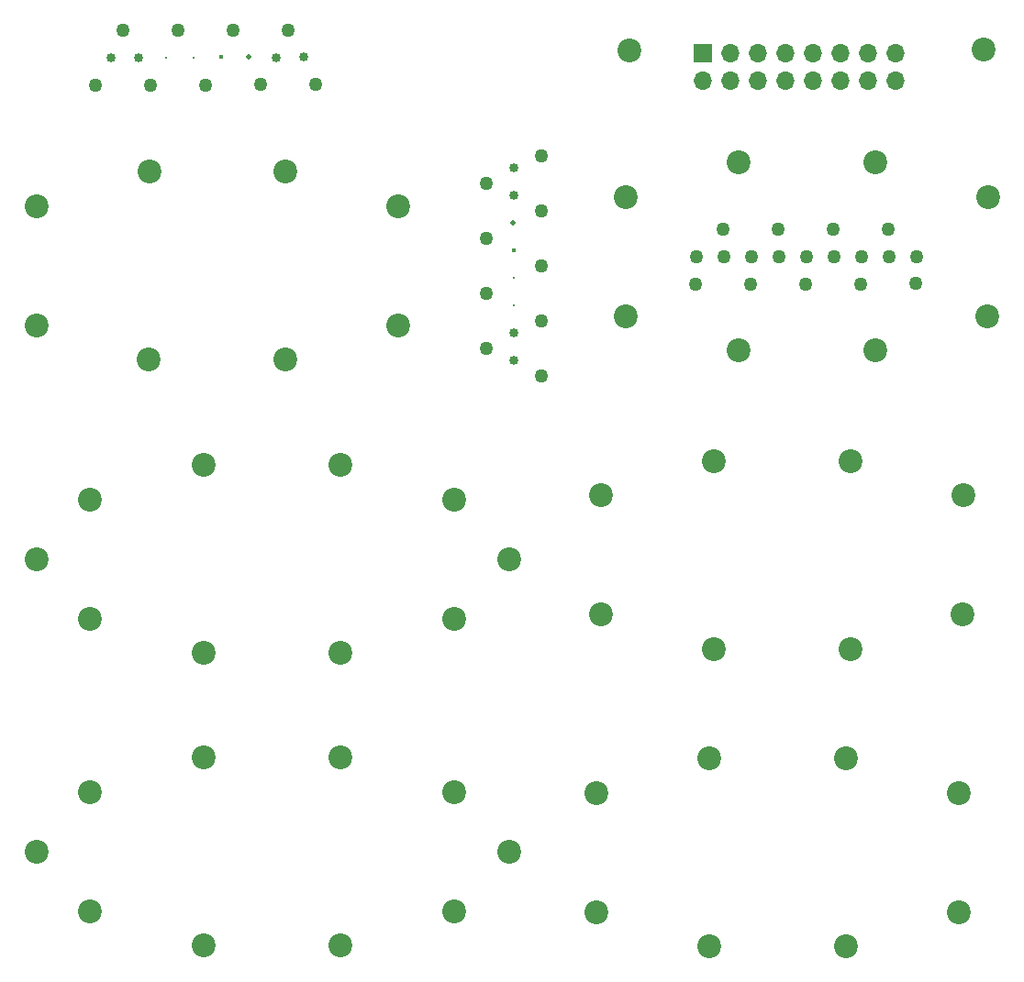
<source format=gts>
%MOIN*%
%OFA0B0*%
%FSLAX46Y46*%
%IPPOS*%
%LPD*%
%ADD10C,0.086614173228346469*%
%ADD21C,0.086614173228346469*%
%ADD22O,0.066929133858267723X0.066929133858267723*%
%ADD23R,0.066929133858267723X0.066929133858267723*%
%ADD24C,0.05*%
%ADD25C,0.086614173228346469*%
%ADD26C,0.086614173228346469*%
%ADD27C,0.086614173228346469*%
%ADD28C,0.05*%
%ADD29C,0.01968503937007874*%
%ADD30C,0.015748031496062995*%
%ADD31C,0.011811023622047244*%
%ADD32C,0.00984251968503937*%
%ADD33C,0.033464566929133861*%
%ADD34C,0.05*%
%ADD35C,0.01968503937007874*%
%ADD36C,0.015748031496062995*%
%ADD37C,0.011811023622047244*%
%ADD38C,0.00984251968503937*%
%ADD39C,0.033464566929133861*%
%ADD40C,0.086614173228346469*%
G01*
D10*
X-0004461811Y0005196850D02*
X0001836688Y0000494850D03*
X0000119688Y0000494850D03*
X0001224688Y0000153350D03*
X0000315188Y0000279350D03*
X0001637688Y0000712350D03*
X0001224688Y0000838350D03*
X0000315188Y0000712350D03*
X0000728688Y0000838350D03*
X0000728688Y0000153350D03*
X0001637688Y0000279350D03*
G04 next file*
G04 #@! TF.GenerationSoftware,KiCad,Pcbnew,(5.1.12)-1*
G04 #@! TF.CreationDate,2022-03-26T22:13:32+08:00*
G04 #@! TF.ProjectId,Nozzle,4e6f7a7a-6c65-42e6-9b69-6361645f7063,0.5*
G04 #@! TF.SameCoordinates,Original*
G04 #@! TF.FileFunction,Soldermask,Top*
G04 #@! TF.FilePolarity,Negative*
G04 Gerber Fmt 4.6, Leading zero omitted, Abs format (unit mm)*
G04 Created by KiCad (PCBNEW (5.1.12)-1) date 2022-03-26 22:13:32*
G01*
G04 APERTURE LIST*
G04 APERTURE END LIST*
D21*
X-0002519685Y0005157480D02*
X0002273314Y0003408480D03*
X0003560314Y0003410480D03*
D22*
X0003240314Y0003297480D03*
X0003240314Y0003397480D03*
X0003140314Y0003297480D03*
X0003140314Y0003397480D03*
X0003040314Y0003297480D03*
X0003040314Y0003397480D03*
X0002940314Y0003297480D03*
X0002940314Y0003397480D03*
X0002840314Y0003297480D03*
X0002840314Y0003397480D03*
X0002740314Y0003297480D03*
X0002740314Y0003397480D03*
X0002640314Y0003297480D03*
X0002640314Y0003397480D03*
X0002540314Y0003297480D03*
D23*
X0002540314Y0003397480D03*
D24*
X0002513314Y0002559480D03*
X0002518314Y0002659480D03*
D21*
X0002261314Y0002875980D03*
X0002670314Y0002316980D03*
X0002261314Y0002442980D03*
X0003575814Y0002442980D03*
X0003576314Y0002875980D03*
X0002670814Y0003001980D03*
X0003166814Y0002316980D03*
X0003166814Y0003001980D03*
D24*
X0002718814Y0002659480D03*
X0003013314Y0002759480D03*
X0002613314Y0002759480D03*
X0002818814Y0002659480D03*
X0002713314Y0002559480D03*
X0002618814Y0002659480D03*
X0003318814Y0002659480D03*
X0002913314Y0002559480D03*
X0003113314Y0002559480D03*
X0003313314Y0002560480D03*
X0003118814Y0002659480D03*
X0002918814Y0002659480D03*
X0003218314Y0002659480D03*
X0003213814Y0002759480D03*
X0003018314Y0002659480D03*
X0002813314Y0002759480D03*
G04 next file*
G04 #@! TF.GenerationSoftware,KiCad,Pcbnew,(5.1.12)-1*
G04 #@! TF.CreationDate,2022-03-26T22:12:51+08:00*
G04 #@! TF.ProjectId,Nozzle,4e6f7a7a-6c65-42e6-9b69-6361645f7063,0.5*
G04 #@! TF.SameCoordinates,Original*
G04 #@! TF.FileFunction,Soldermask,Top*
G04 #@! TF.FilePolarity,Negative*
G04 Gerber Fmt 4.6, Leading zero omitted, Abs format (unit mm)*
G04 Created by KiCad (PCBNEW (5.1.12)-1) date 2022-03-26 22:12:51*
G01*
G04 APERTURE LIST*
G04 APERTURE END LIST*
D25*
X-0002614519Y0004115220D02*
X0002154980Y0000275720D03*
X0002154980Y0000708720D03*
X0003060480Y0000149720D03*
X0003469980Y0000708720D03*
X0002564480Y0000149720D03*
X0003469480Y0000275720D03*
X0003059980Y0000834720D03*
X0002564980Y0000834720D03*
G04 next file*
G04 #@! TF.GenerationSoftware,KiCad,Pcbnew,(5.1.12)-1*
G04 #@! TF.CreationDate,2022-03-26T22:12:51+08:00*
G04 #@! TF.ProjectId,Nozzle,4e6f7a7a-6c65-42e6-9b69-6361645f7063,0.5*
G04 #@! TF.SameCoordinates,Original*
G04 #@! TF.FileFunction,Soldermask,Top*
G04 #@! TF.FilePolarity,Negative*
G04 Gerber Fmt 4.6, Leading zero omitted, Abs format (unit mm)*
G04 Created by KiCad (PCBNEW (5.1.12)-1) date 2022-03-26 22:12:51*
G01*
G04 APERTURE LIST*
G04 APERTURE END LIST*
D26*
X-0004649984Y0006249080D02*
X0000119515Y0002409580D03*
X0000119515Y0002842580D03*
X0001025015Y0002283580D03*
X0001434515Y0002842580D03*
X0000529015Y0002283580D03*
X0001434015Y0002409580D03*
X0001024515Y0002968580D03*
X0000529515Y0002968580D03*
G04 next file*
G04 #@! TF.GenerationSoftware,KiCad,Pcbnew,(5.1.12)-1*
G04 #@! TF.CreationDate,2022-03-26T22:12:51+08:00*
G04 #@! TF.ProjectId,Nozzle,4e6f7a7a-6c65-42e6-9b69-6361645f7063,0.5*
G04 #@! TF.SameCoordinates,Original*
G04 #@! TF.FileFunction,Soldermask,Top*
G04 #@! TF.FilePolarity,Negative*
G04 Gerber Fmt 4.6, Leading zero omitted, Abs format (unit mm)*
G04 Created by KiCad (PCBNEW (5.1.12)-1) date 2022-03-26 22:12:51*
G01*
G04 APERTURE LIST*
G04 APERTURE END LIST*
D27*
X-0002598425Y0005196850D02*
X0002171074Y0001357350D03*
X0002171074Y0001790350D03*
X0003076574Y0001231350D03*
X0003486074Y0001790350D03*
X0002580574Y0001231350D03*
X0003485574Y0001357350D03*
X0003076074Y0001916350D03*
X0002581074Y0001916350D03*
G04 next file*
G04 #@! TF.GenerationSoftware,KiCad,Pcbnew,(5.1.12)-1*
G04 #@! TF.CreationDate,2022-03-26T22:19:29+08:00*
G04 #@! TF.ProjectId,Nozzle,4e6f7a7a-6c65-42e6-9b69-6361645f7063,0.5*
G04 #@! TF.SameCoordinates,Original*
G04 #@! TF.FileFunction,Soldermask,Top*
G04 #@! TF.FilePolarity,Negative*
G04 Gerber Fmt 4.6, Leading zero omitted, Abs format (unit mm)*
G04 Created by KiCad (PCBNEW (5.1.12)-1) date 2022-03-26 22:19:29*
G01*
G04 APERTURE LIST*
G04 APERTURE END LIST*
D28*
X0000511811Y-0002834645D02*
X0001952811Y0003025354D03*
X0001953311Y0002425354D03*
X0001953311Y0002625354D03*
X0001952811Y0002825354D03*
X0001953311Y0002225354D03*
X0001753311Y0002325354D03*
X0001753311Y0002525354D03*
X0001753311Y0002925354D03*
X0001753311Y0002725354D03*
D29*
X0001851811Y0002781354D03*
D30*
X0001852811Y0002681354D03*
D31*
X0001853311Y0002581354D03*
D32*
X0001853311Y0002481354D03*
D33*
X0001852811Y0002980354D03*
X0001853311Y0002380354D03*
X0001853311Y0002880354D03*
X0001853311Y0002280354D03*
G04 next file*
G04 #@! TF.GenerationSoftware,KiCad,Pcbnew,(5.1.12)-1*
G04 #@! TF.CreationDate,2022-03-26T22:19:29+08:00*
G04 #@! TF.ProjectId,Nozzle,4e6f7a7a-6c65-42e6-9b69-6361645f7063,0.5*
G04 #@! TF.SameCoordinates,Original*
G04 #@! TF.FileFunction,Soldermask,Top*
G04 #@! TF.FilePolarity,Negative*
G04 Gerber Fmt 4.6, Leading zero omitted, Abs format (unit mm)*
G04 Created by KiCad (PCBNEW (5.1.12)-1) date 2022-03-26 22:19:29*
G01*
G04 APERTURE LIST*
G04 APERTURE END LIST*
D34*
X-0004724409Y0004724409D02*
X0001135590Y0003283409D03*
X0000535590Y0003282909D03*
X0000735590Y0003282909D03*
X0000935590Y0003283409D03*
X0000335590Y0003282909D03*
X0000435590Y0003482909D03*
X0000635590Y0003482909D03*
X0001035590Y0003482909D03*
X0000835590Y0003482909D03*
D35*
X0000891590Y0003384409D03*
D36*
X0000791590Y0003383409D03*
D37*
X0000691590Y0003382909D03*
D38*
X0000591590Y0003382909D03*
D39*
X0001090590Y0003383409D03*
X0000490590Y0003382909D03*
X0000990590Y0003382909D03*
X0000390590Y0003382909D03*
G04 next file*
G04 #@! TF.GenerationSoftware,KiCad,Pcbnew,(5.1.12)-1*
G04 #@! TF.CreationDate,2022-03-26T22:23:47+08:00*
G04 #@! TF.ProjectId,Nozzle,4e6f7a7a-6c65-42e6-9b69-6361645f7063,0.5*
G04 #@! TF.SameCoordinates,Original*
G04 #@! TF.FileFunction,Soldermask,Top*
G04 #@! TF.FilePolarity,Negative*
G04 Gerber Fmt 4.6, Leading zero omitted, Abs format (unit mm)*
G04 Created by KiCad (PCBNEW (5.1.12)-1) date 2022-03-26 22:23:47*
G01*
G04 APERTURE LIST*
G04 APERTURE END LIST*
D40*
X-0004461847Y0006260119D02*
X0001836652Y0001558119D03*
X0000119652Y0001558119D03*
X0001224652Y0001216619D03*
X0000315152Y0001342619D03*
X0001637652Y0001775619D03*
X0001224652Y0001901619D03*
X0000315152Y0001775619D03*
X0000728652Y0001901619D03*
X0000728652Y0001216619D03*
X0001637652Y0001342619D03*
M02*
</source>
